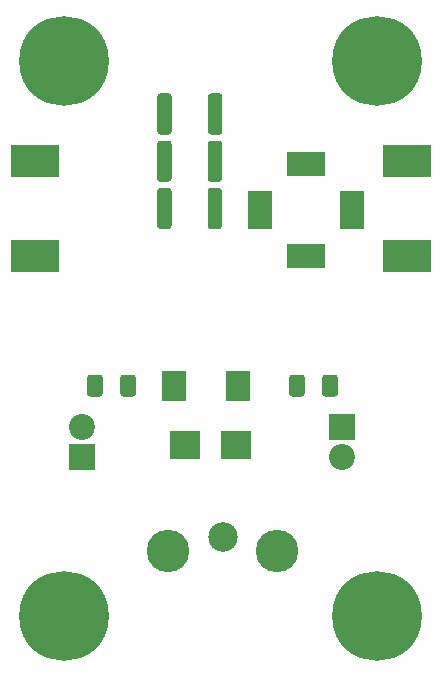
<source format=gbr>
%TF.GenerationSoftware,KiCad,Pcbnew,5.1.6-c6e7f7d~87~ubuntu20.04.1*%
%TF.CreationDate,2020-09-21T11:46:00+02:00*%
%TF.ProjectId,bias-t-injector-smd,62696173-2d74-42d6-996e-6a6563746f72,rev?*%
%TF.SameCoordinates,Original*%
%TF.FileFunction,Soldermask,Top*%
%TF.FilePolarity,Negative*%
%FSLAX46Y46*%
G04 Gerber Fmt 4.6, Leading zero omitted, Abs format (unit mm)*
G04 Created by KiCad (PCBNEW 5.1.6-c6e7f7d~87~ubuntu20.04.1) date 2020-09-21 11:46:00*
%MOMM*%
%LPD*%
G01*
G04 APERTURE LIST*
%ADD10R,4.100000X2.800000*%
%ADD11C,2.200000*%
%ADD12R,2.200000X2.200000*%
%ADD13C,7.600000*%
%ADD14R,2.100000X2.600000*%
%ADD15R,2.600000X2.400000*%
%ADD16C,3.600000*%
%ADD17C,2.500000*%
%ADD18R,3.300000X2.100000*%
%ADD19R,2.100000X3.300000*%
G04 APERTURE END LIST*
D10*
%TO.C,J1*%
X42000000Y-40000000D03*
X42000000Y-32000000D03*
%TD*%
D11*
%TO.C,J2*%
X46000000Y-54460000D03*
D12*
X46000000Y-57000000D03*
%TD*%
D10*
%TO.C,J3*%
X73500000Y-40000000D03*
X73500000Y-32000000D03*
%TD*%
D11*
%TO.C,LA1*%
X68000000Y-57000000D03*
D12*
X68000000Y-54460000D03*
%TD*%
D13*
%TO.C,H1*%
X44500000Y-23500000D03*
%TD*%
%TO.C,H2*%
X71000000Y-70500000D03*
%TD*%
%TO.C,H3*%
X44500000Y-70500000D03*
%TD*%
%TO.C,H4*%
X71000000Y-23500000D03*
%TD*%
%TO.C,C1*%
G36*
G01*
X57862500Y-34522221D02*
X57862500Y-37477779D01*
G75*
G02*
X57590279Y-37750000I-272221J0D01*
G01*
X56909721Y-37750000D01*
G75*
G02*
X56637500Y-37477779I0J272221D01*
G01*
X56637500Y-34522221D01*
G75*
G02*
X56909721Y-34250000I272221J0D01*
G01*
X57590279Y-34250000D01*
G75*
G02*
X57862500Y-34522221I0J-272221D01*
G01*
G37*
G36*
G01*
X53587500Y-34522221D02*
X53587500Y-37477779D01*
G75*
G02*
X53315279Y-37750000I-272221J0D01*
G01*
X52634721Y-37750000D01*
G75*
G02*
X52362500Y-37477779I0J272221D01*
G01*
X52362500Y-34522221D01*
G75*
G02*
X52634721Y-34250000I272221J0D01*
G01*
X53315279Y-34250000D01*
G75*
G02*
X53587500Y-34522221I0J-272221D01*
G01*
G37*
%TD*%
%TO.C,C2*%
G36*
G01*
X47775000Y-50345000D02*
X47775000Y-51655000D01*
G75*
G02*
X47505000Y-51925000I-270000J0D01*
G01*
X46695000Y-51925000D01*
G75*
G02*
X46425000Y-51655000I0J270000D01*
G01*
X46425000Y-50345000D01*
G75*
G02*
X46695000Y-50075000I270000J0D01*
G01*
X47505000Y-50075000D01*
G75*
G02*
X47775000Y-50345000I0J-270000D01*
G01*
G37*
G36*
G01*
X50575000Y-50345000D02*
X50575000Y-51655000D01*
G75*
G02*
X50305000Y-51925000I-270000J0D01*
G01*
X49495000Y-51925000D01*
G75*
G02*
X49225000Y-51655000I0J270000D01*
G01*
X49225000Y-50345000D01*
G75*
G02*
X49495000Y-50075000I270000J0D01*
G01*
X50305000Y-50075000D01*
G75*
G02*
X50575000Y-50345000I0J-270000D01*
G01*
G37*
%TD*%
%TO.C,C3*%
G36*
G01*
X63525000Y-51655000D02*
X63525000Y-50345000D01*
G75*
G02*
X63795000Y-50075000I270000J0D01*
G01*
X64605000Y-50075000D01*
G75*
G02*
X64875000Y-50345000I0J-270000D01*
G01*
X64875000Y-51655000D01*
G75*
G02*
X64605000Y-51925000I-270000J0D01*
G01*
X63795000Y-51925000D01*
G75*
G02*
X63525000Y-51655000I0J270000D01*
G01*
G37*
G36*
G01*
X66325000Y-51655000D02*
X66325000Y-50345000D01*
G75*
G02*
X66595000Y-50075000I270000J0D01*
G01*
X67405000Y-50075000D01*
G75*
G02*
X67675000Y-50345000I0J-270000D01*
G01*
X67675000Y-51655000D01*
G75*
G02*
X67405000Y-51925000I-270000J0D01*
G01*
X66595000Y-51925000D01*
G75*
G02*
X66325000Y-51655000I0J270000D01*
G01*
G37*
%TD*%
D14*
%TO.C,C4*%
X59250000Y-51000000D03*
X53750000Y-51000000D03*
%TD*%
%TO.C,C5*%
G36*
G01*
X57862500Y-30522221D02*
X57862500Y-33477779D01*
G75*
G02*
X57590279Y-33750000I-272221J0D01*
G01*
X56909721Y-33750000D01*
G75*
G02*
X56637500Y-33477779I0J272221D01*
G01*
X56637500Y-30522221D01*
G75*
G02*
X56909721Y-30250000I272221J0D01*
G01*
X57590279Y-30250000D01*
G75*
G02*
X57862500Y-30522221I0J-272221D01*
G01*
G37*
G36*
G01*
X53587500Y-30522221D02*
X53587500Y-33477779D01*
G75*
G02*
X53315279Y-33750000I-272221J0D01*
G01*
X52634721Y-33750000D01*
G75*
G02*
X52362500Y-33477779I0J272221D01*
G01*
X52362500Y-30522221D01*
G75*
G02*
X52634721Y-30250000I272221J0D01*
G01*
X53315279Y-30250000D01*
G75*
G02*
X53587500Y-30522221I0J-272221D01*
G01*
G37*
%TD*%
%TO.C,C6*%
G36*
G01*
X53612500Y-26522221D02*
X53612500Y-29477779D01*
G75*
G02*
X53340279Y-29750000I-272221J0D01*
G01*
X52659721Y-29750000D01*
G75*
G02*
X52387500Y-29477779I0J272221D01*
G01*
X52387500Y-26522221D01*
G75*
G02*
X52659721Y-26250000I272221J0D01*
G01*
X53340279Y-26250000D01*
G75*
G02*
X53612500Y-26522221I0J-272221D01*
G01*
G37*
G36*
G01*
X57887500Y-26522221D02*
X57887500Y-29477779D01*
G75*
G02*
X57615279Y-29750000I-272221J0D01*
G01*
X56934721Y-29750000D01*
G75*
G02*
X56662500Y-29477779I0J272221D01*
G01*
X56662500Y-26522221D01*
G75*
G02*
X56934721Y-26250000I272221J0D01*
G01*
X57615279Y-26250000D01*
G75*
G02*
X57887500Y-26522221I0J-272221D01*
G01*
G37*
%TD*%
D15*
%TO.C,D1*%
X54700000Y-56000000D03*
X59000000Y-56000000D03*
%TD*%
D16*
%TO.C,F1*%
X62500000Y-65000000D03*
D17*
X57900000Y-63800000D03*
D16*
X53300000Y-65000000D03*
%TD*%
D18*
%TO.C,L2*%
X65000000Y-32200000D03*
X65000000Y-40000000D03*
D19*
X61100000Y-36100000D03*
X68900000Y-36100000D03*
%TD*%
M02*

</source>
